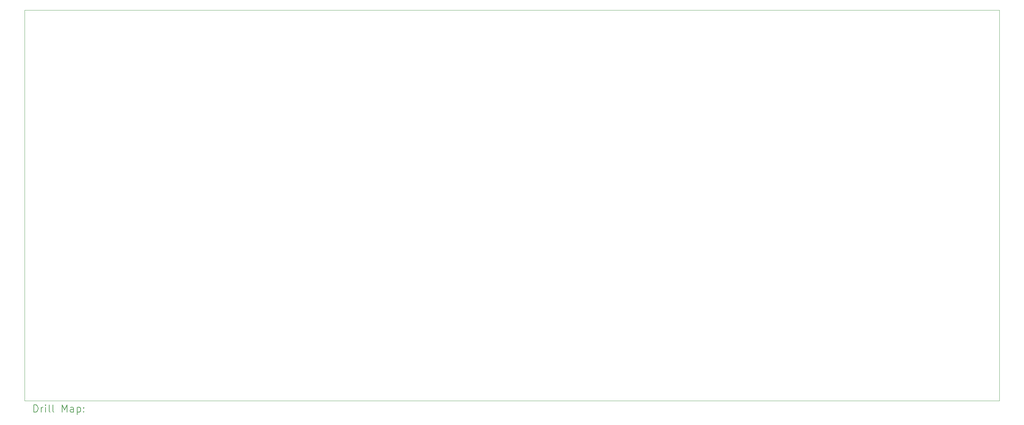
<source format=gbr>
%TF.GenerationSoftware,KiCad,Pcbnew,8.0.5*%
%TF.CreationDate,2024-11-15T20:53:53-05:00*%
%TF.ProjectId,amp_board_final,616d705f-626f-4617-9264-5f66696e616c,rev?*%
%TF.SameCoordinates,Original*%
%TF.FileFunction,Drillmap*%
%TF.FilePolarity,Positive*%
%FSLAX45Y45*%
G04 Gerber Fmt 4.5, Leading zero omitted, Abs format (unit mm)*
G04 Created by KiCad (PCBNEW 8.0.5) date 2024-11-15 20:53:53*
%MOMM*%
%LPD*%
G01*
G04 APERTURE LIST*
%ADD10C,0.100000*%
%ADD11C,0.200000*%
G04 APERTURE END LIST*
D10*
X1400000Y-1400000D02*
X28233720Y-1400000D01*
X28233720Y-12165120D01*
X1400000Y-12165120D01*
X1400000Y-1400000D01*
D11*
X1655777Y-12481604D02*
X1655777Y-12281604D01*
X1655777Y-12281604D02*
X1703396Y-12281604D01*
X1703396Y-12281604D02*
X1731967Y-12291128D01*
X1731967Y-12291128D02*
X1751015Y-12310175D01*
X1751015Y-12310175D02*
X1760539Y-12329223D01*
X1760539Y-12329223D02*
X1770062Y-12367318D01*
X1770062Y-12367318D02*
X1770062Y-12395889D01*
X1770062Y-12395889D02*
X1760539Y-12433985D01*
X1760539Y-12433985D02*
X1751015Y-12453032D01*
X1751015Y-12453032D02*
X1731967Y-12472080D01*
X1731967Y-12472080D02*
X1703396Y-12481604D01*
X1703396Y-12481604D02*
X1655777Y-12481604D01*
X1855777Y-12481604D02*
X1855777Y-12348270D01*
X1855777Y-12386366D02*
X1865301Y-12367318D01*
X1865301Y-12367318D02*
X1874824Y-12357794D01*
X1874824Y-12357794D02*
X1893872Y-12348270D01*
X1893872Y-12348270D02*
X1912920Y-12348270D01*
X1979586Y-12481604D02*
X1979586Y-12348270D01*
X1979586Y-12281604D02*
X1970062Y-12291128D01*
X1970062Y-12291128D02*
X1979586Y-12300651D01*
X1979586Y-12300651D02*
X1989110Y-12291128D01*
X1989110Y-12291128D02*
X1979586Y-12281604D01*
X1979586Y-12281604D02*
X1979586Y-12300651D01*
X2103396Y-12481604D02*
X2084348Y-12472080D01*
X2084348Y-12472080D02*
X2074824Y-12453032D01*
X2074824Y-12453032D02*
X2074824Y-12281604D01*
X2208158Y-12481604D02*
X2189110Y-12472080D01*
X2189110Y-12472080D02*
X2179586Y-12453032D01*
X2179586Y-12453032D02*
X2179586Y-12281604D01*
X2436729Y-12481604D02*
X2436729Y-12281604D01*
X2436729Y-12281604D02*
X2503396Y-12424461D01*
X2503396Y-12424461D02*
X2570063Y-12281604D01*
X2570063Y-12281604D02*
X2570063Y-12481604D01*
X2751015Y-12481604D02*
X2751015Y-12376842D01*
X2751015Y-12376842D02*
X2741491Y-12357794D01*
X2741491Y-12357794D02*
X2722444Y-12348270D01*
X2722444Y-12348270D02*
X2684348Y-12348270D01*
X2684348Y-12348270D02*
X2665301Y-12357794D01*
X2751015Y-12472080D02*
X2731967Y-12481604D01*
X2731967Y-12481604D02*
X2684348Y-12481604D01*
X2684348Y-12481604D02*
X2665301Y-12472080D01*
X2665301Y-12472080D02*
X2655777Y-12453032D01*
X2655777Y-12453032D02*
X2655777Y-12433985D01*
X2655777Y-12433985D02*
X2665301Y-12414937D01*
X2665301Y-12414937D02*
X2684348Y-12405413D01*
X2684348Y-12405413D02*
X2731967Y-12405413D01*
X2731967Y-12405413D02*
X2751015Y-12395889D01*
X2846253Y-12348270D02*
X2846253Y-12548270D01*
X2846253Y-12357794D02*
X2865301Y-12348270D01*
X2865301Y-12348270D02*
X2903396Y-12348270D01*
X2903396Y-12348270D02*
X2922443Y-12357794D01*
X2922443Y-12357794D02*
X2931967Y-12367318D01*
X2931967Y-12367318D02*
X2941491Y-12386366D01*
X2941491Y-12386366D02*
X2941491Y-12443508D01*
X2941491Y-12443508D02*
X2931967Y-12462556D01*
X2931967Y-12462556D02*
X2922443Y-12472080D01*
X2922443Y-12472080D02*
X2903396Y-12481604D01*
X2903396Y-12481604D02*
X2865301Y-12481604D01*
X2865301Y-12481604D02*
X2846253Y-12472080D01*
X3027205Y-12462556D02*
X3036729Y-12472080D01*
X3036729Y-12472080D02*
X3027205Y-12481604D01*
X3027205Y-12481604D02*
X3017682Y-12472080D01*
X3017682Y-12472080D02*
X3027205Y-12462556D01*
X3027205Y-12462556D02*
X3027205Y-12481604D01*
X3027205Y-12357794D02*
X3036729Y-12367318D01*
X3036729Y-12367318D02*
X3027205Y-12376842D01*
X3027205Y-12376842D02*
X3017682Y-12367318D01*
X3017682Y-12367318D02*
X3027205Y-12357794D01*
X3027205Y-12357794D02*
X3027205Y-12376842D01*
M02*

</source>
